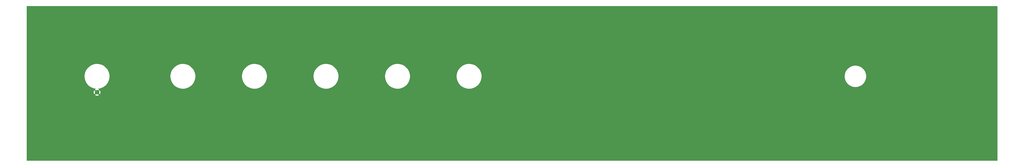
<source format=gtl>
G04 #@! TF.GenerationSoftware,KiCad,Pcbnew,6.0.6-3a73a75311~116~ubuntu22.04.1*
G04 #@! TF.CreationDate,2022-07-16T14:16:27-04:00*
G04 #@! TF.ProjectId,it_is_the_champion_faceplate,69745f69-735f-4746-9865-5f6368616d70,0*
G04 #@! TF.SameCoordinates,Original*
G04 #@! TF.FileFunction,Copper,L1,Top*
G04 #@! TF.FilePolarity,Positive*
%FSLAX46Y46*%
G04 Gerber Fmt 4.6, Leading zero omitted, Abs format (unit mm)*
G04 Created by KiCad (PCBNEW 6.0.6-3a73a75311~116~ubuntu22.04.1) date 2022-07-16 14:16:27*
%MOMM*%
%LPD*%
G01*
G04 APERTURE LIST*
G04 #@! TA.AperFunction,ComponentPad*
%ADD10C,2.000000*%
G04 #@! TD*
G04 APERTURE END LIST*
D10*
X99060000Y-207772000D03*
G04 #@! TA.AperFunction,Conductor*
G36*
X498544121Y-169438002D02*
G01*
X498590614Y-169491658D01*
X498602000Y-169544000D01*
X498602000Y-238126000D01*
X498581998Y-238194121D01*
X498528342Y-238240614D01*
X498476000Y-238252000D01*
X67944000Y-238252000D01*
X67875879Y-238231998D01*
X67829386Y-238178342D01*
X67818000Y-238126000D01*
X67818000Y-209004670D01*
X98192160Y-209004670D01*
X98197887Y-209012320D01*
X98369042Y-209117205D01*
X98377837Y-209121687D01*
X98587988Y-209208734D01*
X98597373Y-209211783D01*
X98818554Y-209264885D01*
X98828301Y-209266428D01*
X99055070Y-209284275D01*
X99064930Y-209284275D01*
X99291699Y-209266428D01*
X99301446Y-209264885D01*
X99522627Y-209211783D01*
X99532012Y-209208734D01*
X99742163Y-209121687D01*
X99750958Y-209117205D01*
X99918445Y-209014568D01*
X99927907Y-209004110D01*
X99924124Y-208995334D01*
X99072812Y-208144022D01*
X99058868Y-208136408D01*
X99057035Y-208136539D01*
X99050420Y-208140790D01*
X98198920Y-208992290D01*
X98192160Y-209004670D01*
X67818000Y-209004670D01*
X67818000Y-207776930D01*
X97547725Y-207776930D01*
X97565572Y-208003699D01*
X97567115Y-208013446D01*
X97620217Y-208234627D01*
X97623266Y-208244012D01*
X97710313Y-208454163D01*
X97714795Y-208462958D01*
X97817432Y-208630445D01*
X97827890Y-208639907D01*
X97836666Y-208636124D01*
X98687978Y-207784812D01*
X98694356Y-207773132D01*
X99424408Y-207773132D01*
X99424539Y-207774965D01*
X99428790Y-207781580D01*
X100280290Y-208633080D01*
X100292670Y-208639840D01*
X100300320Y-208634113D01*
X100405205Y-208462958D01*
X100409687Y-208454163D01*
X100496734Y-208244012D01*
X100499783Y-208234627D01*
X100552885Y-208013446D01*
X100554428Y-208003699D01*
X100572275Y-207776930D01*
X100572275Y-207767070D01*
X100554428Y-207540301D01*
X100552885Y-207530554D01*
X100499783Y-207309373D01*
X100496734Y-207299988D01*
X100409687Y-207089837D01*
X100405205Y-207081042D01*
X100302568Y-206913555D01*
X100292110Y-206904093D01*
X100283334Y-206907876D01*
X99432022Y-207759188D01*
X99424408Y-207773132D01*
X98694356Y-207773132D01*
X98695592Y-207770868D01*
X98695461Y-207769035D01*
X98691210Y-207762420D01*
X97839710Y-206910920D01*
X97827330Y-206904160D01*
X97819680Y-206909887D01*
X97714795Y-207081042D01*
X97710313Y-207089837D01*
X97623266Y-207299988D01*
X97620217Y-207309373D01*
X97567115Y-207530554D01*
X97565572Y-207540301D01*
X97547725Y-207767070D01*
X97547725Y-207776930D01*
X67818000Y-207776930D01*
X67818000Y-200891551D01*
X93535368Y-200891551D01*
X93535588Y-200894170D01*
X93535588Y-200894172D01*
X93537042Y-200911482D01*
X93574120Y-201353028D01*
X93651350Y-201809644D01*
X93652005Y-201812194D01*
X93652006Y-201812200D01*
X93752955Y-202205367D01*
X93766519Y-202258196D01*
X93918818Y-202695538D01*
X94107178Y-203118602D01*
X94330279Y-203524421D01*
X94586555Y-203910148D01*
X94874209Y-204273077D01*
X95191224Y-204610664D01*
X95535376Y-204920539D01*
X95537460Y-204922121D01*
X95537465Y-204922125D01*
X95861907Y-205168390D01*
X95904250Y-205200530D01*
X95906484Y-205201948D01*
X95906493Y-205201954D01*
X96220567Y-205401271D01*
X96295259Y-205448672D01*
X96297586Y-205449888D01*
X96297592Y-205449892D01*
X96703323Y-205662003D01*
X96703328Y-205662005D01*
X96705661Y-205663225D01*
X97132577Y-205842684D01*
X97135085Y-205843499D01*
X97135088Y-205843500D01*
X97570498Y-205984973D01*
X97570502Y-205984974D01*
X97573013Y-205985790D01*
X97815551Y-206042677D01*
X98021310Y-206090938D01*
X98021317Y-206090939D01*
X98023878Y-206091540D01*
X98422509Y-206150404D01*
X98486976Y-206180142D01*
X98525132Y-206240014D01*
X98524862Y-206311010D01*
X98486251Y-206370590D01*
X98452321Y-206391461D01*
X98377833Y-206422315D01*
X98369042Y-206426795D01*
X98201555Y-206529432D01*
X98192093Y-206539890D01*
X98195876Y-206548666D01*
X99047188Y-207399978D01*
X99061132Y-207407592D01*
X99062965Y-207407461D01*
X99069580Y-207403210D01*
X99921080Y-206551710D01*
X99927840Y-206539330D01*
X99922113Y-206531680D01*
X99750958Y-206426795D01*
X99742163Y-206422313D01*
X99663381Y-206389681D01*
X99608100Y-206345133D01*
X99585679Y-206277770D01*
X99603237Y-206208978D01*
X99655199Y-206160600D01*
X99698428Y-206147962D01*
X99789208Y-206138420D01*
X99867763Y-206130164D01*
X100322662Y-206043387D01*
X100325194Y-206042680D01*
X100325207Y-206042677D01*
X100766166Y-205919559D01*
X100766174Y-205919556D01*
X100768704Y-205918850D01*
X100976254Y-205841663D01*
X101200287Y-205758346D01*
X101200293Y-205758343D01*
X101202760Y-205757426D01*
X101621787Y-205560247D01*
X102022845Y-205328696D01*
X102403120Y-205064398D01*
X102646107Y-204863382D01*
X102757917Y-204770885D01*
X102757923Y-204770879D01*
X102759946Y-204769206D01*
X102782839Y-204746788D01*
X103088946Y-204447025D01*
X103090819Y-204445191D01*
X103092532Y-204443206D01*
X103092539Y-204443199D01*
X103391684Y-204096635D01*
X103393419Y-204094625D01*
X103665623Y-203719969D01*
X103690591Y-203678743D01*
X103852838Y-203410839D01*
X103905522Y-203323848D01*
X104111433Y-202909043D01*
X104281912Y-202478462D01*
X104415763Y-202035126D01*
X104466573Y-201796086D01*
X104511500Y-201584718D01*
X104512047Y-201582145D01*
X104570089Y-201122695D01*
X104572544Y-201064134D01*
X104579777Y-200891551D01*
X131635368Y-200891551D01*
X131635588Y-200894170D01*
X131635588Y-200894172D01*
X131637042Y-200911482D01*
X131674120Y-201353028D01*
X131751350Y-201809644D01*
X131752005Y-201812194D01*
X131752006Y-201812200D01*
X131852955Y-202205367D01*
X131866519Y-202258196D01*
X132018818Y-202695538D01*
X132207178Y-203118602D01*
X132430279Y-203524421D01*
X132686555Y-203910148D01*
X132974209Y-204273077D01*
X133291224Y-204610664D01*
X133635376Y-204920539D01*
X133637460Y-204922121D01*
X133637465Y-204922125D01*
X133961907Y-205168390D01*
X134004250Y-205200530D01*
X134006484Y-205201948D01*
X134006493Y-205201954D01*
X134320567Y-205401271D01*
X134395259Y-205448672D01*
X134397586Y-205449888D01*
X134397592Y-205449892D01*
X134803323Y-205662003D01*
X134803328Y-205662005D01*
X134805661Y-205663225D01*
X135232577Y-205842684D01*
X135235085Y-205843499D01*
X135235088Y-205843500D01*
X135670498Y-205984973D01*
X135670502Y-205984974D01*
X135673013Y-205985790D01*
X135915551Y-206042677D01*
X136121310Y-206090938D01*
X136121317Y-206090939D01*
X136123878Y-206091540D01*
X136582012Y-206159191D01*
X136584653Y-206159357D01*
X136584661Y-206159358D01*
X136833665Y-206175023D01*
X137044199Y-206188269D01*
X137046831Y-206188214D01*
X137046838Y-206188214D01*
X137222475Y-206184535D01*
X137507199Y-206178571D01*
X137967763Y-206130164D01*
X138422662Y-206043387D01*
X138425194Y-206042680D01*
X138425207Y-206042677D01*
X138866166Y-205919559D01*
X138866174Y-205919556D01*
X138868704Y-205918850D01*
X139076254Y-205841663D01*
X139300287Y-205758346D01*
X139300293Y-205758343D01*
X139302760Y-205757426D01*
X139721787Y-205560247D01*
X140122845Y-205328696D01*
X140503120Y-205064398D01*
X140746107Y-204863382D01*
X140857917Y-204770885D01*
X140857923Y-204770879D01*
X140859946Y-204769206D01*
X140882839Y-204746788D01*
X141188946Y-204447025D01*
X141190819Y-204445191D01*
X141192532Y-204443206D01*
X141192539Y-204443199D01*
X141491684Y-204096635D01*
X141493419Y-204094625D01*
X141765623Y-203719969D01*
X141790591Y-203678743D01*
X141952838Y-203410839D01*
X142005522Y-203323848D01*
X142211433Y-202909043D01*
X142381912Y-202478462D01*
X142515763Y-202035126D01*
X142566573Y-201796086D01*
X142611500Y-201584718D01*
X142612047Y-201582145D01*
X142670089Y-201122695D01*
X142672544Y-201064134D01*
X142679777Y-200891551D01*
X163385368Y-200891551D01*
X163385588Y-200894170D01*
X163385588Y-200894172D01*
X163387042Y-200911482D01*
X163424120Y-201353028D01*
X163501350Y-201809644D01*
X163502005Y-201812194D01*
X163502006Y-201812200D01*
X163602955Y-202205367D01*
X163616519Y-202258196D01*
X163768818Y-202695538D01*
X163957178Y-203118602D01*
X164180279Y-203524421D01*
X164436555Y-203910148D01*
X164724209Y-204273077D01*
X165041224Y-204610664D01*
X165385376Y-204920539D01*
X165387460Y-204922121D01*
X165387465Y-204922125D01*
X165711907Y-205168390D01*
X165754250Y-205200530D01*
X165756484Y-205201948D01*
X165756493Y-205201954D01*
X166070567Y-205401271D01*
X166145259Y-205448672D01*
X166147586Y-205449888D01*
X166147592Y-205449892D01*
X166553323Y-205662003D01*
X166553328Y-205662005D01*
X166555661Y-205663225D01*
X166982577Y-205842684D01*
X166985085Y-205843499D01*
X166985088Y-205843500D01*
X167420498Y-205984973D01*
X167420502Y-205984974D01*
X167423013Y-205985790D01*
X167665551Y-206042677D01*
X167871310Y-206090938D01*
X167871317Y-206090939D01*
X167873878Y-206091540D01*
X168332012Y-206159191D01*
X168334653Y-206159357D01*
X168334661Y-206159358D01*
X168583665Y-206175023D01*
X168794199Y-206188269D01*
X168796831Y-206188214D01*
X168796838Y-206188214D01*
X168972475Y-206184535D01*
X169257199Y-206178571D01*
X169717763Y-206130164D01*
X170172662Y-206043387D01*
X170175194Y-206042680D01*
X170175207Y-206042677D01*
X170616166Y-205919559D01*
X170616174Y-205919556D01*
X170618704Y-205918850D01*
X170826254Y-205841663D01*
X171050287Y-205758346D01*
X171050293Y-205758343D01*
X171052760Y-205757426D01*
X171471787Y-205560247D01*
X171872845Y-205328696D01*
X172253120Y-205064398D01*
X172496107Y-204863382D01*
X172607917Y-204770885D01*
X172607923Y-204770879D01*
X172609946Y-204769206D01*
X172632839Y-204746788D01*
X172938946Y-204447025D01*
X172940819Y-204445191D01*
X172942532Y-204443206D01*
X172942539Y-204443199D01*
X173241684Y-204096635D01*
X173243419Y-204094625D01*
X173515623Y-203719969D01*
X173540591Y-203678743D01*
X173702838Y-203410839D01*
X173755522Y-203323848D01*
X173961433Y-202909043D01*
X174131912Y-202478462D01*
X174265763Y-202035126D01*
X174316573Y-201796086D01*
X174361500Y-201584718D01*
X174362047Y-201582145D01*
X174420089Y-201122695D01*
X174422544Y-201064134D01*
X174429777Y-200891551D01*
X195135368Y-200891551D01*
X195135588Y-200894170D01*
X195135588Y-200894172D01*
X195137042Y-200911482D01*
X195174120Y-201353028D01*
X195251350Y-201809644D01*
X195252005Y-201812194D01*
X195252006Y-201812200D01*
X195352955Y-202205367D01*
X195366519Y-202258196D01*
X195518818Y-202695538D01*
X195707178Y-203118602D01*
X195930279Y-203524421D01*
X196186555Y-203910148D01*
X196474209Y-204273077D01*
X196791224Y-204610664D01*
X197135376Y-204920539D01*
X197137460Y-204922121D01*
X197137465Y-204922125D01*
X197461907Y-205168390D01*
X197504250Y-205200530D01*
X197506484Y-205201948D01*
X197506493Y-205201954D01*
X197820567Y-205401271D01*
X197895259Y-205448672D01*
X197897586Y-205449888D01*
X197897592Y-205449892D01*
X198303323Y-205662003D01*
X198303328Y-205662005D01*
X198305661Y-205663225D01*
X198732577Y-205842684D01*
X198735085Y-205843499D01*
X198735088Y-205843500D01*
X199170498Y-205984973D01*
X199170502Y-205984974D01*
X199173013Y-205985790D01*
X199415551Y-206042677D01*
X199621310Y-206090938D01*
X199621317Y-206090939D01*
X199623878Y-206091540D01*
X200082012Y-206159191D01*
X200084653Y-206159357D01*
X200084661Y-206159358D01*
X200333665Y-206175023D01*
X200544199Y-206188269D01*
X200546831Y-206188214D01*
X200546838Y-206188214D01*
X200722475Y-206184535D01*
X201007199Y-206178571D01*
X201467763Y-206130164D01*
X201922662Y-206043387D01*
X201925194Y-206042680D01*
X201925207Y-206042677D01*
X202366166Y-205919559D01*
X202366174Y-205919556D01*
X202368704Y-205918850D01*
X202576254Y-205841663D01*
X202800287Y-205758346D01*
X202800293Y-205758343D01*
X202802760Y-205757426D01*
X203221787Y-205560247D01*
X203622845Y-205328696D01*
X204003120Y-205064398D01*
X204246107Y-204863382D01*
X204357917Y-204770885D01*
X204357923Y-204770879D01*
X204359946Y-204769206D01*
X204382839Y-204746788D01*
X204688946Y-204447025D01*
X204690819Y-204445191D01*
X204692532Y-204443206D01*
X204692539Y-204443199D01*
X204991684Y-204096635D01*
X204993419Y-204094625D01*
X205265623Y-203719969D01*
X205290591Y-203678743D01*
X205452838Y-203410839D01*
X205505522Y-203323848D01*
X205711433Y-202909043D01*
X205881912Y-202478462D01*
X206015763Y-202035126D01*
X206066573Y-201796086D01*
X206111500Y-201584718D01*
X206112047Y-201582145D01*
X206170089Y-201122695D01*
X206172544Y-201064134D01*
X206179777Y-200891551D01*
X226885368Y-200891551D01*
X226885588Y-200894170D01*
X226885588Y-200894172D01*
X226887042Y-200911482D01*
X226924120Y-201353028D01*
X227001350Y-201809644D01*
X227002005Y-201812194D01*
X227002006Y-201812200D01*
X227102955Y-202205367D01*
X227116519Y-202258196D01*
X227268818Y-202695538D01*
X227457178Y-203118602D01*
X227680279Y-203524421D01*
X227936555Y-203910148D01*
X228224209Y-204273077D01*
X228541224Y-204610664D01*
X228885376Y-204920539D01*
X228887460Y-204922121D01*
X228887465Y-204922125D01*
X229211907Y-205168390D01*
X229254250Y-205200530D01*
X229256484Y-205201948D01*
X229256493Y-205201954D01*
X229570567Y-205401271D01*
X229645259Y-205448672D01*
X229647586Y-205449888D01*
X229647592Y-205449892D01*
X230053323Y-205662003D01*
X230053328Y-205662005D01*
X230055661Y-205663225D01*
X230482577Y-205842684D01*
X230485085Y-205843499D01*
X230485088Y-205843500D01*
X230920498Y-205984973D01*
X230920502Y-205984974D01*
X230923013Y-205985790D01*
X231165551Y-206042677D01*
X231371310Y-206090938D01*
X231371317Y-206090939D01*
X231373878Y-206091540D01*
X231832012Y-206159191D01*
X231834653Y-206159357D01*
X231834661Y-206159358D01*
X232083665Y-206175023D01*
X232294199Y-206188269D01*
X232296831Y-206188214D01*
X232296838Y-206188214D01*
X232472475Y-206184535D01*
X232757199Y-206178571D01*
X233217763Y-206130164D01*
X233672662Y-206043387D01*
X233675194Y-206042680D01*
X233675207Y-206042677D01*
X234116166Y-205919559D01*
X234116174Y-205919556D01*
X234118704Y-205918850D01*
X234326254Y-205841663D01*
X234550287Y-205758346D01*
X234550293Y-205758343D01*
X234552760Y-205757426D01*
X234971787Y-205560247D01*
X235372845Y-205328696D01*
X235753120Y-205064398D01*
X235996107Y-204863382D01*
X236107917Y-204770885D01*
X236107923Y-204770879D01*
X236109946Y-204769206D01*
X236132839Y-204746788D01*
X236438946Y-204447025D01*
X236440819Y-204445191D01*
X236442532Y-204443206D01*
X236442539Y-204443199D01*
X236741684Y-204096635D01*
X236743419Y-204094625D01*
X237015623Y-203719969D01*
X237040591Y-203678743D01*
X237202838Y-203410839D01*
X237255522Y-203323848D01*
X237461433Y-202909043D01*
X237631912Y-202478462D01*
X237765763Y-202035126D01*
X237816573Y-201796086D01*
X237861500Y-201584718D01*
X237862047Y-201582145D01*
X237920089Y-201122695D01*
X237922544Y-201064134D01*
X237929777Y-200891551D01*
X258635368Y-200891551D01*
X258635588Y-200894170D01*
X258635588Y-200894172D01*
X258637042Y-200911482D01*
X258674120Y-201353028D01*
X258751350Y-201809644D01*
X258752005Y-201812194D01*
X258752006Y-201812200D01*
X258852955Y-202205367D01*
X258866519Y-202258196D01*
X259018818Y-202695538D01*
X259207178Y-203118602D01*
X259430279Y-203524421D01*
X259686555Y-203910148D01*
X259974209Y-204273077D01*
X260291224Y-204610664D01*
X260635376Y-204920539D01*
X260637460Y-204922121D01*
X260637465Y-204922125D01*
X260961907Y-205168390D01*
X261004250Y-205200530D01*
X261006484Y-205201948D01*
X261006493Y-205201954D01*
X261320567Y-205401271D01*
X261395259Y-205448672D01*
X261397586Y-205449888D01*
X261397592Y-205449892D01*
X261803323Y-205662003D01*
X261803328Y-205662005D01*
X261805661Y-205663225D01*
X262232577Y-205842684D01*
X262235085Y-205843499D01*
X262235088Y-205843500D01*
X262670498Y-205984973D01*
X262670502Y-205984974D01*
X262673013Y-205985790D01*
X262915551Y-206042677D01*
X263121310Y-206090938D01*
X263121317Y-206090939D01*
X263123878Y-206091540D01*
X263582012Y-206159191D01*
X263584653Y-206159357D01*
X263584661Y-206159358D01*
X263833665Y-206175023D01*
X264044199Y-206188269D01*
X264046831Y-206188214D01*
X264046838Y-206188214D01*
X264222475Y-206184535D01*
X264507199Y-206178571D01*
X264967763Y-206130164D01*
X265422662Y-206043387D01*
X265425194Y-206042680D01*
X265425207Y-206042677D01*
X265866166Y-205919559D01*
X265866174Y-205919556D01*
X265868704Y-205918850D01*
X266076254Y-205841663D01*
X266300287Y-205758346D01*
X266300293Y-205758343D01*
X266302760Y-205757426D01*
X266721787Y-205560247D01*
X267122845Y-205328696D01*
X267503120Y-205064398D01*
X267746107Y-204863382D01*
X267857917Y-204770885D01*
X267857923Y-204770879D01*
X267859946Y-204769206D01*
X267882839Y-204746788D01*
X268188946Y-204447025D01*
X268190819Y-204445191D01*
X268192532Y-204443206D01*
X268192539Y-204443199D01*
X268491684Y-204096635D01*
X268493419Y-204094625D01*
X268765623Y-203719969D01*
X268790591Y-203678743D01*
X268952838Y-203410839D01*
X269005522Y-203323848D01*
X269211433Y-202909043D01*
X269381912Y-202478462D01*
X269515763Y-202035126D01*
X269566573Y-201796086D01*
X269611500Y-201584718D01*
X269612047Y-201582145D01*
X269670089Y-201122695D01*
X269672544Y-201064134D01*
X269689371Y-200662648D01*
X269689482Y-200660000D01*
X269684256Y-200535325D01*
X430848836Y-200535325D01*
X430850882Y-200646938D01*
X430856602Y-200959058D01*
X430856901Y-200961833D01*
X430896985Y-201333831D01*
X430902005Y-201380424D01*
X430984686Y-201796086D01*
X430985469Y-201798756D01*
X430985472Y-201798767D01*
X430988663Y-201809644D01*
X431103988Y-202202753D01*
X431105015Y-202205366D01*
X431105015Y-202205367D01*
X431242021Y-202554068D01*
X431258969Y-202597204D01*
X431260224Y-202599715D01*
X431414787Y-202909043D01*
X431448401Y-202976316D01*
X431670784Y-203337088D01*
X431924357Y-203676664D01*
X431926218Y-203678742D01*
X431926219Y-203678743D01*
X432176766Y-203958473D01*
X432207112Y-203992354D01*
X432209149Y-203994257D01*
X432209156Y-203994264D01*
X432318744Y-204096635D01*
X432516811Y-204281658D01*
X432519007Y-204283371D01*
X432519011Y-204283374D01*
X432600340Y-204346801D01*
X432851002Y-204542287D01*
X432953918Y-204608739D01*
X433204694Y-204770664D01*
X433204702Y-204770669D01*
X433207038Y-204772177D01*
X433582100Y-204969507D01*
X433584693Y-204970589D01*
X433970635Y-205131636D01*
X433970640Y-205131638D01*
X433973219Y-205132714D01*
X433975885Y-205133557D01*
X433975890Y-205133559D01*
X434086025Y-205168390D01*
X434377298Y-205260508D01*
X434380028Y-205261111D01*
X434380029Y-205261111D01*
X434788401Y-205351271D01*
X434791137Y-205351875D01*
X434793911Y-205352233D01*
X434793912Y-205352233D01*
X435208689Y-205405735D01*
X435208699Y-205405736D01*
X435211460Y-205406092D01*
X435214247Y-205406202D01*
X435214253Y-205406202D01*
X435460495Y-205415877D01*
X435634938Y-205422731D01*
X435637730Y-205422592D01*
X435637735Y-205422592D01*
X436055415Y-205401799D01*
X436055424Y-205401798D01*
X436058219Y-205401659D01*
X436060996Y-205401271D01*
X436060998Y-205401271D01*
X436135023Y-205390933D01*
X436477951Y-205343043D01*
X436480661Y-205342415D01*
X436480671Y-205342413D01*
X436722223Y-205286423D01*
X436890810Y-205247347D01*
X437237919Y-205133559D01*
X437290876Y-205116199D01*
X437290882Y-205116197D01*
X437293529Y-205115329D01*
X437630421Y-204970589D01*
X437680343Y-204949141D01*
X437680345Y-204949140D01*
X437682917Y-204948035D01*
X438055892Y-204746788D01*
X438409501Y-204513183D01*
X438740944Y-204249069D01*
X439047597Y-203956537D01*
X439252174Y-203723261D01*
X439325180Y-203640014D01*
X439325183Y-203640010D01*
X439327031Y-203637903D01*
X439330833Y-203632700D01*
X439575385Y-203297948D01*
X439577034Y-203295691D01*
X439682259Y-203120914D01*
X439794176Y-202935021D01*
X439794181Y-202935012D01*
X439795627Y-202932610D01*
X439981078Y-202551534D01*
X440131920Y-202155482D01*
X440246958Y-201747589D01*
X440247474Y-201744846D01*
X440324765Y-201333831D01*
X440324767Y-201333819D01*
X440325281Y-201331084D01*
X440345787Y-201120049D01*
X440366054Y-200911482D01*
X440366055Y-200911470D01*
X440366269Y-200909265D01*
X440372796Y-200660000D01*
X440353940Y-200236615D01*
X440349016Y-200199951D01*
X440317375Y-199964383D01*
X440297523Y-199816582D01*
X440203990Y-199403226D01*
X440165878Y-199284874D01*
X440074936Y-199002471D01*
X440074083Y-198999822D01*
X440008128Y-198844062D01*
X439909920Y-198612137D01*
X439909920Y-198612136D01*
X439908830Y-198609563D01*
X439863448Y-198524390D01*
X439710861Y-198238021D01*
X439710861Y-198238020D01*
X439709539Y-198235540D01*
X439523140Y-197950149D01*
X439479329Y-197883071D01*
X439479326Y-197883067D01*
X439477788Y-197880712D01*
X439215413Y-197547891D01*
X438924491Y-197239711D01*
X438607325Y-196958612D01*
X438266426Y-196706821D01*
X438075559Y-196590544D01*
X437906883Y-196487785D01*
X437906876Y-196487781D01*
X437904494Y-196486330D01*
X437783222Y-196426525D01*
X437526907Y-196300125D01*
X437524395Y-196298886D01*
X437129138Y-196145972D01*
X437042580Y-196121070D01*
X436724534Y-196029571D01*
X436724528Y-196029569D01*
X436721853Y-196028800D01*
X436719117Y-196028271D01*
X436719110Y-196028269D01*
X436308511Y-195948829D01*
X436308501Y-195948827D01*
X436305764Y-195948298D01*
X435884166Y-195905102D01*
X435881374Y-195905065D01*
X435881366Y-195905065D01*
X435622847Y-195901681D01*
X435460397Y-195899554D01*
X435457597Y-195899767D01*
X435457596Y-195899767D01*
X435383715Y-195905387D01*
X435037813Y-195931699D01*
X434619759Y-196001283D01*
X434532957Y-196023812D01*
X434212264Y-196107047D01*
X434212253Y-196107050D01*
X434209546Y-196107753D01*
X434082105Y-196153258D01*
X433813064Y-196249323D01*
X433813059Y-196249325D01*
X433810421Y-196250267D01*
X433807881Y-196251438D01*
X433807876Y-196251440D01*
X433704958Y-196298886D01*
X433425546Y-196427697D01*
X433057966Y-196638638D01*
X433055674Y-196640240D01*
X433055666Y-196640245D01*
X432956811Y-196709336D01*
X432710594Y-196881420D01*
X432386178Y-197154120D01*
X432087288Y-197454579D01*
X431816290Y-197780418D01*
X431814696Y-197782725D01*
X431814694Y-197782727D01*
X431665549Y-197998523D01*
X431575331Y-198129057D01*
X431366318Y-198497736D01*
X431365157Y-198500290D01*
X431192062Y-198880989D01*
X431192057Y-198881000D01*
X431190905Y-198883535D01*
X431050483Y-199283401D01*
X431049792Y-199286121D01*
X431049791Y-199286125D01*
X430985064Y-199540989D01*
X430946162Y-199694165D01*
X430878768Y-200112578D01*
X430848836Y-200535325D01*
X269684256Y-200535325D01*
X269670089Y-200197305D01*
X269612047Y-199737855D01*
X269550346Y-199447575D01*
X269516309Y-199287441D01*
X269516307Y-199287433D01*
X269515763Y-199284874D01*
X269381912Y-198841538D01*
X269211433Y-198410957D01*
X269005522Y-197996152D01*
X268866233Y-197766158D01*
X268766989Y-197602286D01*
X268766985Y-197602280D01*
X268765623Y-197600031D01*
X268493419Y-197225375D01*
X268433627Y-197156105D01*
X268192539Y-196876801D01*
X268192532Y-196876794D01*
X268190819Y-196874809D01*
X267859946Y-196550794D01*
X267857923Y-196549121D01*
X267857917Y-196549115D01*
X267539166Y-196285422D01*
X267503120Y-196255602D01*
X267122845Y-195991304D01*
X266721787Y-195759753D01*
X266302760Y-195562574D01*
X266300293Y-195561657D01*
X266300287Y-195561654D01*
X265871164Y-195402065D01*
X265868704Y-195401150D01*
X265866174Y-195400444D01*
X265866166Y-195400441D01*
X265425207Y-195277323D01*
X265425194Y-195277320D01*
X265422662Y-195276613D01*
X264967763Y-195189836D01*
X264507199Y-195141429D01*
X264222475Y-195135465D01*
X264046838Y-195131786D01*
X264046831Y-195131786D01*
X264044199Y-195131731D01*
X263833665Y-195144977D01*
X263584661Y-195160642D01*
X263584653Y-195160643D01*
X263582012Y-195160809D01*
X263123878Y-195228460D01*
X263121317Y-195229061D01*
X263121310Y-195229062D01*
X262945561Y-195270284D01*
X262673013Y-195334210D01*
X262670502Y-195335026D01*
X262670498Y-195335027D01*
X262469174Y-195400441D01*
X262232577Y-195477316D01*
X261805661Y-195656775D01*
X261803328Y-195657995D01*
X261803323Y-195657997D01*
X261397592Y-195870108D01*
X261397586Y-195870112D01*
X261395259Y-195871328D01*
X261393031Y-195872742D01*
X261006493Y-196118046D01*
X261006484Y-196118052D01*
X261004250Y-196119470D01*
X261002143Y-196121069D01*
X261002142Y-196121070D01*
X260769212Y-196297874D01*
X260635376Y-196399461D01*
X260291224Y-196709336D01*
X259974209Y-197046923D01*
X259686555Y-197409852D01*
X259518627Y-197662604D01*
X259436528Y-197786174D01*
X259430279Y-197795579D01*
X259207178Y-198201398D01*
X259018818Y-198624462D01*
X258866519Y-199061804D01*
X258751350Y-199510356D01*
X258674120Y-199966972D01*
X258673900Y-199969595D01*
X258637058Y-200408329D01*
X258635368Y-200428449D01*
X258635368Y-200891551D01*
X237929777Y-200891551D01*
X237939371Y-200662648D01*
X237939482Y-200660000D01*
X237920089Y-200197305D01*
X237862047Y-199737855D01*
X237800346Y-199447575D01*
X237766309Y-199287441D01*
X237766307Y-199287433D01*
X237765763Y-199284874D01*
X237631912Y-198841538D01*
X237461433Y-198410957D01*
X237255522Y-197996152D01*
X237116233Y-197766158D01*
X237016989Y-197602286D01*
X237016985Y-197602280D01*
X237015623Y-197600031D01*
X236743419Y-197225375D01*
X236683627Y-197156105D01*
X236442539Y-196876801D01*
X236442532Y-196876794D01*
X236440819Y-196874809D01*
X236109946Y-196550794D01*
X236107923Y-196549121D01*
X236107917Y-196549115D01*
X235789166Y-196285422D01*
X235753120Y-196255602D01*
X235372845Y-195991304D01*
X234971787Y-195759753D01*
X234552760Y-195562574D01*
X234550293Y-195561657D01*
X234550287Y-195561654D01*
X234121164Y-195402065D01*
X234118704Y-195401150D01*
X234116174Y-195400444D01*
X234116166Y-195400441D01*
X233675207Y-195277323D01*
X233675194Y-195277320D01*
X233672662Y-195276613D01*
X233217763Y-195189836D01*
X232757199Y-195141429D01*
X232472475Y-195135465D01*
X232296838Y-195131786D01*
X232296831Y-195131786D01*
X232294199Y-195131731D01*
X232083665Y-195144977D01*
X231834661Y-195160642D01*
X231834653Y-195160643D01*
X231832012Y-195160809D01*
X231373878Y-195228460D01*
X231371317Y-195229061D01*
X231371310Y-195229062D01*
X231195561Y-195270284D01*
X230923013Y-195334210D01*
X230920502Y-195335026D01*
X230920498Y-195335027D01*
X230719174Y-195400441D01*
X230482577Y-195477316D01*
X230055661Y-195656775D01*
X230053328Y-195657995D01*
X230053323Y-195657997D01*
X229647592Y-195870108D01*
X229647586Y-195870112D01*
X229645259Y-195871328D01*
X229643031Y-195872742D01*
X229256493Y-196118046D01*
X229256484Y-196118052D01*
X229254250Y-196119470D01*
X229252143Y-196121069D01*
X229252142Y-196121070D01*
X229019212Y-196297874D01*
X228885376Y-196399461D01*
X228541224Y-196709336D01*
X228224209Y-197046923D01*
X227936555Y-197409852D01*
X227768627Y-197662604D01*
X227686528Y-197786174D01*
X227680279Y-197795579D01*
X227457178Y-198201398D01*
X227268818Y-198624462D01*
X227116519Y-199061804D01*
X227001350Y-199510356D01*
X226924120Y-199966972D01*
X226923900Y-199969595D01*
X226887058Y-200408329D01*
X226885368Y-200428449D01*
X226885368Y-200891551D01*
X206179777Y-200891551D01*
X206189371Y-200662648D01*
X206189482Y-200660000D01*
X206170089Y-200197305D01*
X206112047Y-199737855D01*
X206050346Y-199447575D01*
X206016309Y-199287441D01*
X206016307Y-199287433D01*
X206015763Y-199284874D01*
X205881912Y-198841538D01*
X205711433Y-198410957D01*
X205505522Y-197996152D01*
X205366233Y-197766158D01*
X205266989Y-197602286D01*
X205266985Y-197602280D01*
X205265623Y-197600031D01*
X204993419Y-197225375D01*
X204933627Y-197156105D01*
X204692539Y-196876801D01*
X204692532Y-196876794D01*
X204690819Y-196874809D01*
X204359946Y-196550794D01*
X204357923Y-196549121D01*
X204357917Y-196549115D01*
X204039166Y-196285422D01*
X204003120Y-196255602D01*
X203622845Y-195991304D01*
X203221787Y-195759753D01*
X202802760Y-195562574D01*
X202800293Y-195561657D01*
X202800287Y-195561654D01*
X202371164Y-195402065D01*
X202368704Y-195401150D01*
X202366174Y-195400444D01*
X202366166Y-195400441D01*
X201925207Y-195277323D01*
X201925194Y-195277320D01*
X201922662Y-195276613D01*
X201467763Y-195189836D01*
X201007199Y-195141429D01*
X200722475Y-195135465D01*
X200546838Y-195131786D01*
X200546831Y-195131786D01*
X200544199Y-195131731D01*
X200333665Y-195144977D01*
X200084661Y-195160642D01*
X200084653Y-195160643D01*
X200082012Y-195160809D01*
X199623878Y-195228460D01*
X199621317Y-195229061D01*
X199621310Y-195229062D01*
X199445561Y-195270284D01*
X199173013Y-195334210D01*
X199170502Y-195335026D01*
X199170498Y-195335027D01*
X198969174Y-195400441D01*
X198732577Y-195477316D01*
X198305661Y-195656775D01*
X198303328Y-195657995D01*
X198303323Y-195657997D01*
X197897592Y-195870108D01*
X197897586Y-195870112D01*
X197895259Y-195871328D01*
X197893031Y-195872742D01*
X197506493Y-196118046D01*
X197506484Y-196118052D01*
X197504250Y-196119470D01*
X197502143Y-196121069D01*
X197502142Y-196121070D01*
X197269212Y-196297874D01*
X197135376Y-196399461D01*
X196791224Y-196709336D01*
X196474209Y-197046923D01*
X196186555Y-197409852D01*
X196018627Y-197662604D01*
X195936528Y-197786174D01*
X195930279Y-197795579D01*
X195707178Y-198201398D01*
X195518818Y-198624462D01*
X195366519Y-199061804D01*
X195251350Y-199510356D01*
X195174120Y-199966972D01*
X195173900Y-199969595D01*
X195137058Y-200408329D01*
X195135368Y-200428449D01*
X195135368Y-200891551D01*
X174429777Y-200891551D01*
X174439371Y-200662648D01*
X174439482Y-200660000D01*
X174420089Y-200197305D01*
X174362047Y-199737855D01*
X174300346Y-199447575D01*
X174266309Y-199287441D01*
X174266307Y-199287433D01*
X174265763Y-199284874D01*
X174131912Y-198841538D01*
X173961433Y-198410957D01*
X173755522Y-197996152D01*
X173616233Y-197766158D01*
X173516989Y-197602286D01*
X173516985Y-197602280D01*
X173515623Y-197600031D01*
X173243419Y-197225375D01*
X173183627Y-197156105D01*
X172942539Y-196876801D01*
X172942532Y-196876794D01*
X172940819Y-196874809D01*
X172609946Y-196550794D01*
X172607923Y-196549121D01*
X172607917Y-196549115D01*
X172289166Y-196285422D01*
X172253120Y-196255602D01*
X171872845Y-195991304D01*
X171471787Y-195759753D01*
X171052760Y-195562574D01*
X171050293Y-195561657D01*
X171050287Y-195561654D01*
X170621164Y-195402065D01*
X170618704Y-195401150D01*
X170616174Y-195400444D01*
X170616166Y-195400441D01*
X170175207Y-195277323D01*
X170175194Y-195277320D01*
X170172662Y-195276613D01*
X169717763Y-195189836D01*
X169257199Y-195141429D01*
X168972475Y-195135465D01*
X168796838Y-195131786D01*
X168796831Y-195131786D01*
X168794199Y-195131731D01*
X168583665Y-195144977D01*
X168334661Y-195160642D01*
X168334653Y-195160643D01*
X168332012Y-195160809D01*
X167873878Y-195228460D01*
X167871317Y-195229061D01*
X167871310Y-195229062D01*
X167695561Y-195270284D01*
X167423013Y-195334210D01*
X167420502Y-195335026D01*
X167420498Y-195335027D01*
X167219174Y-195400441D01*
X166982577Y-195477316D01*
X166555661Y-195656775D01*
X166553328Y-195657995D01*
X166553323Y-195657997D01*
X166147592Y-195870108D01*
X166147586Y-195870112D01*
X166145259Y-195871328D01*
X166143031Y-195872742D01*
X165756493Y-196118046D01*
X165756484Y-196118052D01*
X165754250Y-196119470D01*
X165752143Y-196121069D01*
X165752142Y-196121070D01*
X165519212Y-196297874D01*
X165385376Y-196399461D01*
X165041224Y-196709336D01*
X164724209Y-197046923D01*
X164436555Y-197409852D01*
X164268627Y-197662604D01*
X164186528Y-197786174D01*
X164180279Y-197795579D01*
X163957178Y-198201398D01*
X163768818Y-198624462D01*
X163616519Y-199061804D01*
X163501350Y-199510356D01*
X163424120Y-199966972D01*
X163423900Y-199969595D01*
X163387058Y-200408329D01*
X163385368Y-200428449D01*
X163385368Y-200891551D01*
X142679777Y-200891551D01*
X142689371Y-200662648D01*
X142689482Y-200660000D01*
X142670089Y-200197305D01*
X142612047Y-199737855D01*
X142550346Y-199447575D01*
X142516309Y-199287441D01*
X142516307Y-199287433D01*
X142515763Y-199284874D01*
X142381912Y-198841538D01*
X142211433Y-198410957D01*
X142005522Y-197996152D01*
X141866233Y-197766158D01*
X141766989Y-197602286D01*
X141766985Y-197602280D01*
X141765623Y-197600031D01*
X141493419Y-197225375D01*
X141433627Y-197156105D01*
X141192539Y-196876801D01*
X141192532Y-196876794D01*
X141190819Y-196874809D01*
X140859946Y-196550794D01*
X140857923Y-196549121D01*
X140857917Y-196549115D01*
X140539166Y-196285422D01*
X140503120Y-196255602D01*
X140122845Y-195991304D01*
X139721787Y-195759753D01*
X139302760Y-195562574D01*
X139300293Y-195561657D01*
X139300287Y-195561654D01*
X138871164Y-195402065D01*
X138868704Y-195401150D01*
X138866174Y-195400444D01*
X138866166Y-195400441D01*
X138425207Y-195277323D01*
X138425194Y-195277320D01*
X138422662Y-195276613D01*
X137967763Y-195189836D01*
X137507199Y-195141429D01*
X137222475Y-195135465D01*
X137046838Y-195131786D01*
X137046831Y-195131786D01*
X137044199Y-195131731D01*
X136833665Y-195144977D01*
X136584661Y-195160642D01*
X136584653Y-195160643D01*
X136582012Y-195160809D01*
X136123878Y-195228460D01*
X136121317Y-195229061D01*
X136121310Y-195229062D01*
X135945561Y-195270284D01*
X135673013Y-195334210D01*
X135670502Y-195335026D01*
X135670498Y-195335027D01*
X135469174Y-195400441D01*
X135232577Y-195477316D01*
X134805661Y-195656775D01*
X134803328Y-195657995D01*
X134803323Y-195657997D01*
X134397592Y-195870108D01*
X134397586Y-195870112D01*
X134395259Y-195871328D01*
X134393031Y-195872742D01*
X134006493Y-196118046D01*
X134006484Y-196118052D01*
X134004250Y-196119470D01*
X134002143Y-196121069D01*
X134002142Y-196121070D01*
X133769212Y-196297874D01*
X133635376Y-196399461D01*
X133291224Y-196709336D01*
X132974209Y-197046923D01*
X132686555Y-197409852D01*
X132518627Y-197662604D01*
X132436528Y-197786174D01*
X132430279Y-197795579D01*
X132207178Y-198201398D01*
X132018818Y-198624462D01*
X131866519Y-199061804D01*
X131751350Y-199510356D01*
X131674120Y-199966972D01*
X131673900Y-199969595D01*
X131637058Y-200408329D01*
X131635368Y-200428449D01*
X131635368Y-200891551D01*
X104579777Y-200891551D01*
X104589371Y-200662648D01*
X104589482Y-200660000D01*
X104570089Y-200197305D01*
X104512047Y-199737855D01*
X104450346Y-199447575D01*
X104416309Y-199287441D01*
X104416307Y-199287433D01*
X104415763Y-199284874D01*
X104281912Y-198841538D01*
X104111433Y-198410957D01*
X103905522Y-197996152D01*
X103766233Y-197766158D01*
X103666989Y-197602286D01*
X103666985Y-197602280D01*
X103665623Y-197600031D01*
X103393419Y-197225375D01*
X103333627Y-197156105D01*
X103092539Y-196876801D01*
X103092532Y-196876794D01*
X103090819Y-196874809D01*
X102759946Y-196550794D01*
X102757923Y-196549121D01*
X102757917Y-196549115D01*
X102439166Y-196285422D01*
X102403120Y-196255602D01*
X102022845Y-195991304D01*
X101621787Y-195759753D01*
X101202760Y-195562574D01*
X101200293Y-195561657D01*
X101200287Y-195561654D01*
X100771164Y-195402065D01*
X100768704Y-195401150D01*
X100766174Y-195400444D01*
X100766166Y-195400441D01*
X100325207Y-195277323D01*
X100325194Y-195277320D01*
X100322662Y-195276613D01*
X99867763Y-195189836D01*
X99407199Y-195141429D01*
X99122475Y-195135465D01*
X98946838Y-195131786D01*
X98946831Y-195131786D01*
X98944199Y-195131731D01*
X98733665Y-195144977D01*
X98484661Y-195160642D01*
X98484653Y-195160643D01*
X98482012Y-195160809D01*
X98023878Y-195228460D01*
X98021317Y-195229061D01*
X98021310Y-195229062D01*
X97845561Y-195270284D01*
X97573013Y-195334210D01*
X97570502Y-195335026D01*
X97570498Y-195335027D01*
X97369174Y-195400441D01*
X97132577Y-195477316D01*
X96705661Y-195656775D01*
X96703328Y-195657995D01*
X96703323Y-195657997D01*
X96297592Y-195870108D01*
X96297586Y-195870112D01*
X96295259Y-195871328D01*
X96293031Y-195872742D01*
X95906493Y-196118046D01*
X95906484Y-196118052D01*
X95904250Y-196119470D01*
X95902143Y-196121069D01*
X95902142Y-196121070D01*
X95669212Y-196297874D01*
X95535376Y-196399461D01*
X95191224Y-196709336D01*
X94874209Y-197046923D01*
X94586555Y-197409852D01*
X94418627Y-197662604D01*
X94336528Y-197786174D01*
X94330279Y-197795579D01*
X94107178Y-198201398D01*
X93918818Y-198624462D01*
X93766519Y-199061804D01*
X93651350Y-199510356D01*
X93574120Y-199966972D01*
X93573900Y-199969595D01*
X93537058Y-200408329D01*
X93535368Y-200428449D01*
X93535368Y-200891551D01*
X67818000Y-200891551D01*
X67818000Y-169544000D01*
X67838002Y-169475879D01*
X67891658Y-169429386D01*
X67944000Y-169418000D01*
X498476000Y-169418000D01*
X498544121Y-169438002D01*
G37*
G04 #@! TD.AperFunction*
M02*

</source>
